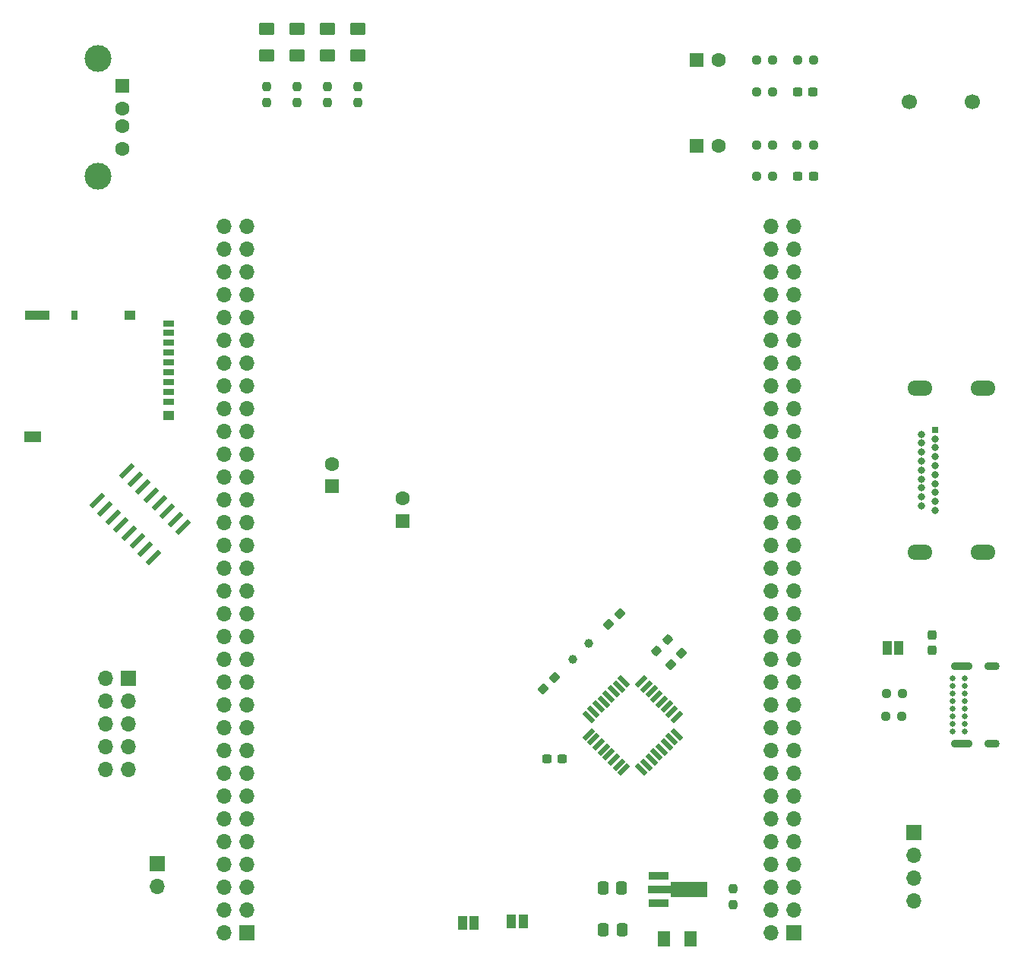
<source format=gbr>
%TF.GenerationSoftware,KiCad,Pcbnew,7.0.1-3b83917a11~172~ubuntu22.10.1*%
%TF.CreationDate,2023-04-18T22:26:20-07:00*%
%TF.ProjectId,expansionboardA,65787061-6e73-4696-9f6e-626f61726441,3*%
%TF.SameCoordinates,Original*%
%TF.FileFunction,Soldermask,Top*%
%TF.FilePolarity,Negative*%
%FSLAX46Y46*%
G04 Gerber Fmt 4.6, Leading zero omitted, Abs format (unit mm)*
G04 Created by KiCad (PCBNEW 7.0.1-3b83917a11~172~ubuntu22.10.1) date 2023-04-18 22:26:20*
%MOMM*%
%LPD*%
G01*
G04 APERTURE LIST*
G04 Aperture macros list*
%AMRoundRect*
0 Rectangle with rounded corners*
0 $1 Rounding radius*
0 $2 $3 $4 $5 $6 $7 $8 $9 X,Y pos of 4 corners*
0 Add a 4 corners polygon primitive as box body*
4,1,4,$2,$3,$4,$5,$6,$7,$8,$9,$2,$3,0*
0 Add four circle primitives for the rounded corners*
1,1,$1+$1,$2,$3*
1,1,$1+$1,$4,$5*
1,1,$1+$1,$6,$7*
1,1,$1+$1,$8,$9*
0 Add four rect primitives between the rounded corners*
20,1,$1+$1,$2,$3,$4,$5,0*
20,1,$1+$1,$4,$5,$6,$7,0*
20,1,$1+$1,$6,$7,$8,$9,0*
20,1,$1+$1,$8,$9,$2,$3,0*%
%AMRotRect*
0 Rectangle, with rotation*
0 The origin of the aperture is its center*
0 $1 length*
0 $2 width*
0 $3 Rotation angle, in degrees counterclockwise*
0 Add horizontal line*
21,1,$1,$2,0,0,$3*%
%AMFreePoly0*
4,1,9,5.362500,-0.866500,1.237500,-0.866500,1.237500,-0.450000,-1.237500,-0.450000,-1.237500,0.450000,1.237500,0.450000,1.237500,0.866500,5.362500,0.866500,5.362500,-0.866500,5.362500,-0.866500,$1*%
G04 Aperture macros list end*
%ADD10R,1.700000X1.700000*%
%ADD11O,1.700000X1.700000*%
%ADD12RoundRect,0.237500X0.250000X0.237500X-0.250000X0.237500X-0.250000X-0.237500X0.250000X-0.237500X0*%
%ADD13RoundRect,0.237500X-0.250000X-0.237500X0.250000X-0.237500X0.250000X0.237500X-0.250000X0.237500X0*%
%ADD14RoundRect,0.237500X-0.300000X-0.237500X0.300000X-0.237500X0.300000X0.237500X-0.300000X0.237500X0*%
%ADD15R,1.000000X1.500000*%
%ADD16RoundRect,0.237500X-0.237500X0.250000X-0.237500X-0.250000X0.237500X-0.250000X0.237500X0.250000X0*%
%ADD17RoundRect,0.237500X-0.044194X-0.380070X0.380070X0.044194X0.044194X0.380070X-0.380070X-0.044194X0*%
%ADD18R,1.600000X1.600000*%
%ADD19C,1.600000*%
%ADD20RoundRect,0.237500X0.008839X0.344715X-0.344715X-0.008839X-0.008839X-0.344715X0.344715X0.008839X0*%
%ADD21RoundRect,0.237500X0.237500X-0.250000X0.237500X0.250000X-0.237500X0.250000X-0.237500X-0.250000X0*%
%ADD22RoundRect,0.250001X-0.624999X0.462499X-0.624999X-0.462499X0.624999X-0.462499X0.624999X0.462499X0*%
%ADD23R,1.200000X0.700000*%
%ADD24R,1.200000X1.000000*%
%ADD25R,2.800000X1.000000*%
%ADD26R,1.900000X1.300000*%
%ADD27R,0.800000X1.000000*%
%ADD28RoundRect,0.237500X-0.237500X0.300000X-0.237500X-0.300000X0.237500X-0.300000X0.237500X0.300000X0*%
%ADD29RoundRect,0.250000X0.337500X0.475000X-0.337500X0.475000X-0.337500X-0.475000X0.337500X-0.475000X0*%
%ADD30R,1.500000X1.600000*%
%ADD31C,3.000000*%
%ADD32RoundRect,0.237500X0.044194X0.380070X-0.380070X-0.044194X-0.044194X-0.380070X0.380070X0.044194X0*%
%ADD33RoundRect,0.250001X-0.462499X-0.624999X0.462499X-0.624999X0.462499X0.624999X-0.462499X0.624999X0*%
%ADD34RoundRect,0.237500X0.300000X0.237500X-0.300000X0.237500X-0.300000X-0.237500X0.300000X-0.237500X0*%
%ADD35RoundRect,0.038500X-0.332340X-0.666802X0.666802X0.332340X0.332340X0.666802X-0.666802X-0.332340X0*%
%ADD36RoundRect,0.038500X0.666802X-0.332340X-0.332340X0.666802X-0.666802X0.332340X0.332340X-0.666802X0*%
%ADD37R,2.300000X0.900000*%
%ADD38FreePoly0,0.000000*%
%ADD39RotRect,1.981200X0.558800X45.000000*%
%ADD40C,1.700000*%
%ADD41C,1.000000*%
%ADD42C,0.650000*%
%ADD43O,1.700000X0.900000*%
%ADD44O,2.400000X0.900000*%
%ADD45R,0.800000X0.800000*%
%ADD46C,0.800000*%
%ADD47O,2.800000X1.700000*%
G04 APERTURE END LIST*
D10*
%TO.C,J4*%
X38277800Y-114198400D03*
D11*
X38277800Y-116738400D03*
%TD*%
D12*
%TO.C,R10*%
X121308500Y-95250000D03*
X119483500Y-95250000D03*
%TD*%
D13*
%TO.C,R8*%
X109554000Y-34137600D03*
X111379000Y-34137600D03*
%TD*%
D14*
%TO.C,C2*%
X81637800Y-102489000D03*
X83362800Y-102489000D03*
%TD*%
D13*
%TO.C,R11*%
X105007400Y-37592000D03*
X106832400Y-37592000D03*
%TD*%
%TO.C,R13*%
X105007400Y-24638000D03*
X106832400Y-24638000D03*
%TD*%
D15*
%TO.C,JP6*%
X73573400Y-120777000D03*
X72273400Y-120777000D03*
%TD*%
D16*
%TO.C,R1*%
X102412800Y-116956700D03*
X102412800Y-118781700D03*
%TD*%
D17*
%TO.C,C4*%
X81279720Y-94698179D03*
X82499480Y-93478419D03*
%TD*%
D18*
%TO.C,C12*%
X65582800Y-75996800D03*
D19*
X65582800Y-73496800D03*
%TD*%
D14*
%TO.C,C8*%
X109602100Y-28168600D03*
X111327100Y-28168600D03*
%TD*%
D18*
%TO.C,C11*%
X57683400Y-72161400D03*
D19*
X57683400Y-69661400D03*
%TD*%
D13*
%TO.C,R7*%
X109579400Y-24638000D03*
X111404400Y-24638000D03*
%TD*%
D20*
%TO.C,R2*%
X95165247Y-89213080D03*
X93874777Y-90503550D03*
%TD*%
D10*
%TO.C,ADC1*%
X35052000Y-93566000D03*
D11*
X32512000Y-93566000D03*
X35052000Y-96106000D03*
X32512000Y-96106000D03*
X35052000Y-98646000D03*
X32512000Y-98646000D03*
X35052000Y-101186000D03*
X32512000Y-101186000D03*
X35052000Y-103726000D03*
X32512000Y-103726000D03*
%TD*%
D21*
%TO.C,R6*%
X50409900Y-29397100D03*
X50409900Y-27572100D03*
%TD*%
D12*
%TO.C,R9*%
X121245500Y-97790000D03*
X119420500Y-97790000D03*
%TD*%
D22*
%TO.C,D4*%
X53799000Y-21183600D03*
X53799000Y-24158600D03*
%TD*%
D23*
%TO.C,CRD1*%
X39479000Y-62686000D03*
X39479000Y-61586000D03*
X39479000Y-60486000D03*
X39479000Y-59386000D03*
X39479000Y-58286000D03*
X39479000Y-57186000D03*
X39479000Y-56086000D03*
X39479000Y-54986000D03*
D24*
X35179000Y-53086000D03*
D25*
X24829000Y-53086000D03*
D26*
X24379000Y-66586000D03*
D24*
X39479000Y-64236000D03*
D27*
X28979000Y-53086000D03*
D23*
X39479000Y-54036000D03*
%TD*%
D13*
%TO.C,R14*%
X105007400Y-28168600D03*
X106832400Y-28168600D03*
%TD*%
D15*
%TO.C,JP5*%
X77709000Y-120650000D03*
X79009000Y-120650000D03*
%TD*%
D28*
%TO.C,C5*%
X124587000Y-88710300D03*
X124587000Y-90435300D03*
%TD*%
D29*
%TO.C,C6*%
X89988300Y-116890800D03*
X87913300Y-116890800D03*
%TD*%
D18*
%TO.C,C14*%
X98338000Y-24612600D03*
D19*
X100838000Y-24612600D03*
%TD*%
D21*
%TO.C,R4*%
X57191700Y-29397100D03*
X57191700Y-27572100D03*
%TD*%
D18*
%TO.C,C13*%
X98338000Y-34188400D03*
D19*
X100838000Y-34188400D03*
%TD*%
D22*
%TO.C,D5*%
X50409000Y-21183600D03*
X50409000Y-24158600D03*
%TD*%
D21*
%TO.C,R3*%
X60582600Y-29397100D03*
X60582600Y-27572100D03*
%TD*%
%TO.C,R5*%
X53800800Y-29397100D03*
X53800800Y-27572100D03*
%TD*%
D22*
%TO.C,D2*%
X60579000Y-21183600D03*
X60579000Y-24158600D03*
%TD*%
D30*
%TO.C,J2*%
X34307600Y-27522000D03*
D19*
X34307600Y-30022000D03*
X34307600Y-32022000D03*
X34307600Y-34522000D03*
D31*
X31597600Y-24452000D03*
X31597600Y-37592000D03*
%TD*%
D13*
%TO.C,R12*%
X105007400Y-34137600D03*
X106832400Y-34137600D03*
%TD*%
D32*
%TO.C,C3*%
X89789560Y-86315339D03*
X88569800Y-87535099D03*
%TD*%
D33*
%TO.C,D1*%
X94738800Y-122605800D03*
X97713800Y-122605800D03*
%TD*%
D34*
%TO.C,C9*%
X111352500Y-37592000D03*
X109627500Y-37592000D03*
%TD*%
D29*
%TO.C,C7*%
X90043000Y-121589800D03*
X87968000Y-121589800D03*
%TD*%
D32*
%TO.C,C1*%
X96653892Y-90772435D03*
X95434132Y-91992195D03*
%TD*%
D35*
%TO.C,U1*%
X86302315Y-99785158D03*
X86868000Y-100350844D03*
X87433686Y-100916529D03*
X87999371Y-101482215D03*
X88565056Y-102047900D03*
X89130742Y-102613585D03*
X89696427Y-103179271D03*
X90262113Y-103744956D03*
D36*
X92199585Y-103744956D03*
X92765271Y-103179271D03*
X93330956Y-102613585D03*
X93896642Y-102047900D03*
X94462327Y-101482215D03*
X95028012Y-100916529D03*
X95593698Y-100350844D03*
X96159383Y-99785158D03*
D35*
X96159383Y-97847686D03*
X95593698Y-97282000D03*
X95028012Y-96716315D03*
X94462327Y-96150629D03*
X93896642Y-95584944D03*
X93330956Y-95019259D03*
X92765271Y-94453573D03*
X92199585Y-93887888D03*
D36*
X90262113Y-93887888D03*
X89696427Y-94453573D03*
X89130742Y-95019259D03*
X88565056Y-95584944D03*
X87999371Y-96150629D03*
X87433686Y-96716315D03*
X86868000Y-97282000D03*
X86302315Y-97847686D03*
%TD*%
D22*
%TO.C,D3*%
X57189000Y-21183600D03*
X57189000Y-24158600D03*
%TD*%
D37*
%TO.C,U3*%
X94115000Y-115592600D03*
D38*
X94202500Y-117092600D03*
D37*
X94115000Y-118592600D03*
%TD*%
D39*
%TO.C,U5*%
X31521166Y-73762476D03*
X32419191Y-74660502D03*
X33317217Y-75558527D03*
X34215243Y-76456553D03*
X35113268Y-77354578D03*
X36011294Y-78252604D03*
X36909319Y-79150630D03*
X37807345Y-80048655D03*
X41148000Y-76708000D03*
X40249975Y-75809974D03*
X39351949Y-74911949D03*
X38453923Y-74013923D03*
X37555898Y-73115898D03*
X36657872Y-72217872D03*
X35759847Y-71319846D03*
X34861821Y-70421821D03*
%TD*%
D15*
%TO.C,JP4*%
X120904000Y-90170000D03*
X119604000Y-90170000D03*
%TD*%
D40*
%TO.C,AU1*%
X129049600Y-29243800D03*
X122049600Y-29243800D03*
%TD*%
D41*
%TO.C,Y1*%
X84563949Y-91464750D03*
X86360000Y-89668699D03*
%TD*%
D10*
%TO.C,U2*%
X48220000Y-121920000D03*
D11*
X45680000Y-121920000D03*
X48220000Y-119380000D03*
X45680000Y-119380000D03*
X48220000Y-116840000D03*
X45680000Y-116840000D03*
X48220000Y-114300000D03*
X45680000Y-114300000D03*
X48220000Y-111760000D03*
X45680000Y-111760000D03*
X48220000Y-109220000D03*
X45680000Y-109220000D03*
X48220000Y-106680000D03*
X45680000Y-106680000D03*
X48220000Y-104140000D03*
X45680000Y-104140000D03*
X48220000Y-101600000D03*
X45680000Y-101600000D03*
X48220000Y-99060000D03*
X45680000Y-99060000D03*
X48220000Y-96520000D03*
X45680000Y-96520000D03*
X48220000Y-93980000D03*
X45680000Y-93980000D03*
X48220000Y-91440000D03*
X45680000Y-91440000D03*
X48220000Y-88900000D03*
X45680000Y-88900000D03*
X48220000Y-86360000D03*
X45680000Y-86360000D03*
X48220000Y-83820000D03*
X45680000Y-83820000D03*
X48220000Y-81280000D03*
X45680000Y-81280000D03*
X48220000Y-78740000D03*
X45680000Y-78740000D03*
X48220000Y-76200000D03*
X45680000Y-76200000D03*
X48220000Y-73660000D03*
X45680000Y-73660000D03*
X48220000Y-71120000D03*
X45680000Y-71120000D03*
X48220000Y-68580000D03*
X45680000Y-68580000D03*
X48220000Y-66040000D03*
X45680000Y-66040000D03*
X48220000Y-63500000D03*
X45680000Y-63500000D03*
X48220000Y-60960000D03*
X45680000Y-60960000D03*
X48220000Y-58420000D03*
X45680000Y-58420000D03*
X48220000Y-55880000D03*
X45680000Y-55880000D03*
X48220000Y-53340000D03*
X45680000Y-53340000D03*
X48220000Y-50800000D03*
X45680000Y-50800000D03*
X48220000Y-48260000D03*
X45680000Y-48260000D03*
X48220000Y-45720000D03*
X45680000Y-45720000D03*
X48220000Y-43180000D03*
X45680000Y-43180000D03*
%TD*%
D10*
%TO.C,U4*%
X109220000Y-121920000D03*
D11*
X106680000Y-121920000D03*
X109220000Y-119380000D03*
X106680000Y-119380000D03*
X109220000Y-116840000D03*
X106680000Y-116840000D03*
X109220000Y-114300000D03*
X106680000Y-114300000D03*
X109220000Y-111760000D03*
X106680000Y-111760000D03*
X109220000Y-109220000D03*
X106680000Y-109220000D03*
X109220000Y-106680000D03*
X106680000Y-106680000D03*
X109220000Y-104140000D03*
X106680000Y-104140000D03*
X109220000Y-101600000D03*
X106680000Y-101600000D03*
X109220000Y-99060000D03*
X106680000Y-99060000D03*
X109220000Y-96520000D03*
X106680000Y-96520000D03*
X109220000Y-93980000D03*
X106680000Y-93980000D03*
X109220000Y-91440000D03*
X106680000Y-91440000D03*
X109220000Y-88900000D03*
X106680000Y-88900000D03*
X109220000Y-86360000D03*
X106680000Y-86360000D03*
X109220000Y-83820000D03*
X106680000Y-83820000D03*
X109220000Y-81280000D03*
X106680000Y-81280000D03*
X109220000Y-78740000D03*
X106680000Y-78740000D03*
X109220000Y-76200000D03*
X106680000Y-76200000D03*
X109220000Y-73660000D03*
X106680000Y-73660000D03*
X109220000Y-71120000D03*
X106680000Y-71120000D03*
X109220000Y-68580000D03*
X106680000Y-68580000D03*
X109220000Y-66040000D03*
X106680000Y-66040000D03*
X109220000Y-63500000D03*
X106680000Y-63500000D03*
X109220000Y-60960000D03*
X106680000Y-60960000D03*
X109220000Y-58420000D03*
X106680000Y-58420000D03*
X109220000Y-55880000D03*
X106680000Y-55880000D03*
X109220000Y-53340000D03*
X106680000Y-53340000D03*
X109220000Y-50800000D03*
X106680000Y-50800000D03*
X109220000Y-48260000D03*
X106680000Y-48260000D03*
X109220000Y-45720000D03*
X106680000Y-45720000D03*
X109220000Y-43180000D03*
X106680000Y-43180000D03*
%TD*%
D10*
%TO.C,J1*%
X122555000Y-110718600D03*
D11*
X122555000Y-113258600D03*
X122555000Y-115798600D03*
X122555000Y-118338600D03*
%TD*%
D42*
%TO.C,P1*%
X126907200Y-93552000D03*
X126907200Y-94402000D03*
X126907200Y-95252000D03*
X126907200Y-96102000D03*
X126907200Y-96952000D03*
X126907200Y-97802000D03*
X126907200Y-98652000D03*
X126907200Y-99502000D03*
X128257200Y-99502000D03*
X128257200Y-98652000D03*
X128257200Y-97802000D03*
X128257200Y-96952000D03*
X128257200Y-96102000D03*
X128257200Y-95252000D03*
X128257200Y-94402000D03*
X128257200Y-93552000D03*
D43*
X131267200Y-92202000D03*
X131267200Y-100852000D03*
D44*
X127887200Y-92202000D03*
X127887200Y-100852000D03*
%TD*%
D45*
%TO.C,J3*%
X124922000Y-65832600D03*
D46*
X123372000Y-66332600D03*
X124922000Y-66832600D03*
X123372000Y-67332600D03*
X124922000Y-67832600D03*
X123372000Y-68332600D03*
X124922000Y-68832600D03*
X123372000Y-69332600D03*
X124922000Y-69832600D03*
X123372000Y-70332600D03*
X124922000Y-70832600D03*
X123372000Y-71332600D03*
X124922000Y-71832600D03*
X123372000Y-72332600D03*
X124922000Y-72832600D03*
X123372000Y-73332600D03*
X124922000Y-73832600D03*
X123372000Y-74332600D03*
X124922000Y-74832600D03*
D47*
X123202000Y-79482600D03*
X123202000Y-61182600D03*
X130302000Y-61182600D03*
X130302000Y-79482600D03*
%TD*%
M02*

</source>
